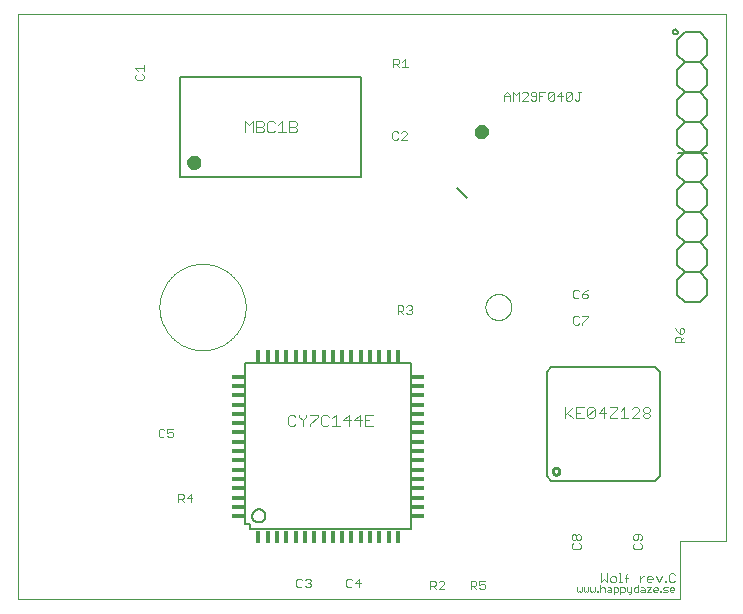
<source format=gto>
G75*
%MOIN*%
%OFA0B0*%
%FSLAX25Y25*%
%IPPOS*%
%LPD*%
%AMOC8*
5,1,8,0,0,1.08239X$1,22.5*
%
%ADD10C,0.00000*%
%ADD11C,0.00300*%
%ADD12C,0.00200*%
%ADD13C,0.00800*%
%ADD14C,0.02400*%
%ADD15C,0.00600*%
%ADD16R,0.01800X0.04300*%
%ADD17R,0.04300X0.01800*%
%ADD18C,0.01000*%
D10*
X0001000Y0001000D02*
X0001000Y0196000D01*
X0237000Y0196000D01*
X0237000Y0020500D01*
X0221900Y0020500D01*
X0221900Y0001000D01*
X0001000Y0001000D01*
X0048244Y0098441D02*
X0048248Y0098794D01*
X0048261Y0099146D01*
X0048283Y0099498D01*
X0048313Y0099850D01*
X0048352Y0100200D01*
X0048400Y0100550D01*
X0048456Y0100898D01*
X0048520Y0101244D01*
X0048593Y0101589D01*
X0048675Y0101933D01*
X0048765Y0102274D01*
X0048863Y0102612D01*
X0048969Y0102949D01*
X0049084Y0103282D01*
X0049207Y0103613D01*
X0049338Y0103940D01*
X0049477Y0104264D01*
X0049624Y0104585D01*
X0049778Y0104902D01*
X0049941Y0105215D01*
X0050111Y0105524D01*
X0050288Y0105829D01*
X0050473Y0106129D01*
X0050666Y0106425D01*
X0050865Y0106715D01*
X0051072Y0107001D01*
X0051285Y0107282D01*
X0051506Y0107557D01*
X0051733Y0107827D01*
X0051967Y0108091D01*
X0052207Y0108350D01*
X0052453Y0108602D01*
X0052705Y0108848D01*
X0052964Y0109088D01*
X0053228Y0109322D01*
X0053498Y0109549D01*
X0053773Y0109770D01*
X0054054Y0109983D01*
X0054340Y0110190D01*
X0054630Y0110389D01*
X0054926Y0110582D01*
X0055226Y0110767D01*
X0055531Y0110944D01*
X0055840Y0111114D01*
X0056153Y0111277D01*
X0056470Y0111431D01*
X0056791Y0111578D01*
X0057115Y0111717D01*
X0057442Y0111848D01*
X0057773Y0111971D01*
X0058106Y0112086D01*
X0058443Y0112192D01*
X0058781Y0112290D01*
X0059122Y0112380D01*
X0059466Y0112462D01*
X0059811Y0112535D01*
X0060157Y0112599D01*
X0060505Y0112655D01*
X0060855Y0112703D01*
X0061205Y0112742D01*
X0061557Y0112772D01*
X0061909Y0112794D01*
X0062261Y0112807D01*
X0062614Y0112811D01*
X0062967Y0112807D01*
X0063319Y0112794D01*
X0063671Y0112772D01*
X0064023Y0112742D01*
X0064373Y0112703D01*
X0064723Y0112655D01*
X0065071Y0112599D01*
X0065417Y0112535D01*
X0065762Y0112462D01*
X0066106Y0112380D01*
X0066447Y0112290D01*
X0066785Y0112192D01*
X0067122Y0112086D01*
X0067455Y0111971D01*
X0067786Y0111848D01*
X0068113Y0111717D01*
X0068437Y0111578D01*
X0068758Y0111431D01*
X0069075Y0111277D01*
X0069388Y0111114D01*
X0069697Y0110944D01*
X0070002Y0110767D01*
X0070302Y0110582D01*
X0070598Y0110389D01*
X0070888Y0110190D01*
X0071174Y0109983D01*
X0071455Y0109770D01*
X0071730Y0109549D01*
X0072000Y0109322D01*
X0072264Y0109088D01*
X0072523Y0108848D01*
X0072775Y0108602D01*
X0073021Y0108350D01*
X0073261Y0108091D01*
X0073495Y0107827D01*
X0073722Y0107557D01*
X0073943Y0107282D01*
X0074156Y0107001D01*
X0074363Y0106715D01*
X0074562Y0106425D01*
X0074755Y0106129D01*
X0074940Y0105829D01*
X0075117Y0105524D01*
X0075287Y0105215D01*
X0075450Y0104902D01*
X0075604Y0104585D01*
X0075751Y0104264D01*
X0075890Y0103940D01*
X0076021Y0103613D01*
X0076144Y0103282D01*
X0076259Y0102949D01*
X0076365Y0102612D01*
X0076463Y0102274D01*
X0076553Y0101933D01*
X0076635Y0101589D01*
X0076708Y0101244D01*
X0076772Y0100898D01*
X0076828Y0100550D01*
X0076876Y0100200D01*
X0076915Y0099850D01*
X0076945Y0099498D01*
X0076967Y0099146D01*
X0076980Y0098794D01*
X0076984Y0098441D01*
X0076980Y0098088D01*
X0076967Y0097736D01*
X0076945Y0097384D01*
X0076915Y0097032D01*
X0076876Y0096682D01*
X0076828Y0096332D01*
X0076772Y0095984D01*
X0076708Y0095638D01*
X0076635Y0095293D01*
X0076553Y0094949D01*
X0076463Y0094608D01*
X0076365Y0094270D01*
X0076259Y0093933D01*
X0076144Y0093600D01*
X0076021Y0093269D01*
X0075890Y0092942D01*
X0075751Y0092618D01*
X0075604Y0092297D01*
X0075450Y0091980D01*
X0075287Y0091667D01*
X0075117Y0091358D01*
X0074940Y0091053D01*
X0074755Y0090753D01*
X0074562Y0090457D01*
X0074363Y0090167D01*
X0074156Y0089881D01*
X0073943Y0089600D01*
X0073722Y0089325D01*
X0073495Y0089055D01*
X0073261Y0088791D01*
X0073021Y0088532D01*
X0072775Y0088280D01*
X0072523Y0088034D01*
X0072264Y0087794D01*
X0072000Y0087560D01*
X0071730Y0087333D01*
X0071455Y0087112D01*
X0071174Y0086899D01*
X0070888Y0086692D01*
X0070598Y0086493D01*
X0070302Y0086300D01*
X0070002Y0086115D01*
X0069697Y0085938D01*
X0069388Y0085768D01*
X0069075Y0085605D01*
X0068758Y0085451D01*
X0068437Y0085304D01*
X0068113Y0085165D01*
X0067786Y0085034D01*
X0067455Y0084911D01*
X0067122Y0084796D01*
X0066785Y0084690D01*
X0066447Y0084592D01*
X0066106Y0084502D01*
X0065762Y0084420D01*
X0065417Y0084347D01*
X0065071Y0084283D01*
X0064723Y0084227D01*
X0064373Y0084179D01*
X0064023Y0084140D01*
X0063671Y0084110D01*
X0063319Y0084088D01*
X0062967Y0084075D01*
X0062614Y0084071D01*
X0062261Y0084075D01*
X0061909Y0084088D01*
X0061557Y0084110D01*
X0061205Y0084140D01*
X0060855Y0084179D01*
X0060505Y0084227D01*
X0060157Y0084283D01*
X0059811Y0084347D01*
X0059466Y0084420D01*
X0059122Y0084502D01*
X0058781Y0084592D01*
X0058443Y0084690D01*
X0058106Y0084796D01*
X0057773Y0084911D01*
X0057442Y0085034D01*
X0057115Y0085165D01*
X0056791Y0085304D01*
X0056470Y0085451D01*
X0056153Y0085605D01*
X0055840Y0085768D01*
X0055531Y0085938D01*
X0055226Y0086115D01*
X0054926Y0086300D01*
X0054630Y0086493D01*
X0054340Y0086692D01*
X0054054Y0086899D01*
X0053773Y0087112D01*
X0053498Y0087333D01*
X0053228Y0087560D01*
X0052964Y0087794D01*
X0052705Y0088034D01*
X0052453Y0088280D01*
X0052207Y0088532D01*
X0051967Y0088791D01*
X0051733Y0089055D01*
X0051506Y0089325D01*
X0051285Y0089600D01*
X0051072Y0089881D01*
X0050865Y0090167D01*
X0050666Y0090457D01*
X0050473Y0090753D01*
X0050288Y0091053D01*
X0050111Y0091358D01*
X0049941Y0091667D01*
X0049778Y0091980D01*
X0049624Y0092297D01*
X0049477Y0092618D01*
X0049338Y0092942D01*
X0049207Y0093269D01*
X0049084Y0093600D01*
X0048969Y0093933D01*
X0048863Y0094270D01*
X0048765Y0094608D01*
X0048675Y0094949D01*
X0048593Y0095293D01*
X0048520Y0095638D01*
X0048456Y0095984D01*
X0048400Y0096332D01*
X0048352Y0096682D01*
X0048313Y0097032D01*
X0048283Y0097384D01*
X0048261Y0097736D01*
X0048248Y0098088D01*
X0048244Y0098441D01*
X0156905Y0098441D02*
X0156907Y0098572D01*
X0156913Y0098704D01*
X0156923Y0098835D01*
X0156937Y0098966D01*
X0156955Y0099096D01*
X0156977Y0099225D01*
X0157002Y0099354D01*
X0157032Y0099482D01*
X0157066Y0099609D01*
X0157103Y0099736D01*
X0157144Y0099860D01*
X0157189Y0099984D01*
X0157238Y0100106D01*
X0157290Y0100227D01*
X0157346Y0100345D01*
X0157406Y0100463D01*
X0157469Y0100578D01*
X0157536Y0100691D01*
X0157606Y0100803D01*
X0157679Y0100912D01*
X0157755Y0101018D01*
X0157835Y0101123D01*
X0157918Y0101225D01*
X0158004Y0101324D01*
X0158093Y0101421D01*
X0158185Y0101515D01*
X0158280Y0101606D01*
X0158377Y0101695D01*
X0158477Y0101780D01*
X0158580Y0101862D01*
X0158685Y0101941D01*
X0158792Y0102017D01*
X0158902Y0102089D01*
X0159014Y0102158D01*
X0159128Y0102224D01*
X0159243Y0102286D01*
X0159361Y0102345D01*
X0159480Y0102400D01*
X0159601Y0102452D01*
X0159724Y0102499D01*
X0159848Y0102543D01*
X0159973Y0102584D01*
X0160099Y0102620D01*
X0160227Y0102653D01*
X0160355Y0102681D01*
X0160484Y0102706D01*
X0160614Y0102727D01*
X0160744Y0102744D01*
X0160875Y0102757D01*
X0161006Y0102766D01*
X0161137Y0102771D01*
X0161269Y0102772D01*
X0161400Y0102769D01*
X0161532Y0102762D01*
X0161663Y0102751D01*
X0161793Y0102736D01*
X0161923Y0102717D01*
X0162053Y0102694D01*
X0162181Y0102668D01*
X0162309Y0102637D01*
X0162436Y0102602D01*
X0162562Y0102564D01*
X0162686Y0102522D01*
X0162810Y0102476D01*
X0162931Y0102426D01*
X0163051Y0102373D01*
X0163170Y0102316D01*
X0163287Y0102256D01*
X0163401Y0102192D01*
X0163514Y0102124D01*
X0163625Y0102053D01*
X0163734Y0101979D01*
X0163840Y0101902D01*
X0163944Y0101821D01*
X0164045Y0101738D01*
X0164144Y0101651D01*
X0164240Y0101561D01*
X0164333Y0101468D01*
X0164424Y0101373D01*
X0164511Y0101275D01*
X0164596Y0101174D01*
X0164677Y0101071D01*
X0164755Y0100965D01*
X0164830Y0100857D01*
X0164902Y0100747D01*
X0164970Y0100635D01*
X0165035Y0100521D01*
X0165096Y0100404D01*
X0165154Y0100286D01*
X0165208Y0100166D01*
X0165259Y0100045D01*
X0165306Y0099922D01*
X0165349Y0099798D01*
X0165388Y0099673D01*
X0165424Y0099546D01*
X0165455Y0099418D01*
X0165483Y0099290D01*
X0165507Y0099161D01*
X0165527Y0099031D01*
X0165543Y0098900D01*
X0165555Y0098769D01*
X0165563Y0098638D01*
X0165567Y0098507D01*
X0165567Y0098375D01*
X0165563Y0098244D01*
X0165555Y0098113D01*
X0165543Y0097982D01*
X0165527Y0097851D01*
X0165507Y0097721D01*
X0165483Y0097592D01*
X0165455Y0097464D01*
X0165424Y0097336D01*
X0165388Y0097209D01*
X0165349Y0097084D01*
X0165306Y0096960D01*
X0165259Y0096837D01*
X0165208Y0096716D01*
X0165154Y0096596D01*
X0165096Y0096478D01*
X0165035Y0096361D01*
X0164970Y0096247D01*
X0164902Y0096135D01*
X0164830Y0096025D01*
X0164755Y0095917D01*
X0164677Y0095811D01*
X0164596Y0095708D01*
X0164511Y0095607D01*
X0164424Y0095509D01*
X0164333Y0095414D01*
X0164240Y0095321D01*
X0164144Y0095231D01*
X0164045Y0095144D01*
X0163944Y0095061D01*
X0163840Y0094980D01*
X0163734Y0094903D01*
X0163625Y0094829D01*
X0163514Y0094758D01*
X0163402Y0094690D01*
X0163287Y0094626D01*
X0163170Y0094566D01*
X0163051Y0094509D01*
X0162931Y0094456D01*
X0162810Y0094406D01*
X0162686Y0094360D01*
X0162562Y0094318D01*
X0162436Y0094280D01*
X0162309Y0094245D01*
X0162181Y0094214D01*
X0162053Y0094188D01*
X0161923Y0094165D01*
X0161793Y0094146D01*
X0161663Y0094131D01*
X0161532Y0094120D01*
X0161400Y0094113D01*
X0161269Y0094110D01*
X0161137Y0094111D01*
X0161006Y0094116D01*
X0160875Y0094125D01*
X0160744Y0094138D01*
X0160614Y0094155D01*
X0160484Y0094176D01*
X0160355Y0094201D01*
X0160227Y0094229D01*
X0160099Y0094262D01*
X0159973Y0094298D01*
X0159848Y0094339D01*
X0159724Y0094383D01*
X0159601Y0094430D01*
X0159480Y0094482D01*
X0159361Y0094537D01*
X0159243Y0094596D01*
X0159128Y0094658D01*
X0159014Y0094724D01*
X0158902Y0094793D01*
X0158792Y0094865D01*
X0158685Y0094941D01*
X0158580Y0095020D01*
X0158477Y0095102D01*
X0158377Y0095187D01*
X0158280Y0095276D01*
X0158185Y0095367D01*
X0158093Y0095461D01*
X0158004Y0095558D01*
X0157918Y0095657D01*
X0157835Y0095759D01*
X0157755Y0095864D01*
X0157679Y0095970D01*
X0157606Y0096079D01*
X0157536Y0096191D01*
X0157469Y0096304D01*
X0157406Y0096419D01*
X0157346Y0096537D01*
X0157290Y0096655D01*
X0157238Y0096776D01*
X0157189Y0096898D01*
X0157144Y0097022D01*
X0157103Y0097146D01*
X0157066Y0097273D01*
X0157032Y0097400D01*
X0157002Y0097528D01*
X0156977Y0097657D01*
X0156955Y0097786D01*
X0156937Y0097916D01*
X0156923Y0098047D01*
X0156913Y0098178D01*
X0156907Y0098310D01*
X0156905Y0098441D01*
D11*
X0132505Y0098480D02*
X0132505Y0097996D01*
X0132021Y0097512D01*
X0132505Y0097029D01*
X0132505Y0096545D01*
X0132021Y0096061D01*
X0131053Y0096061D01*
X0130570Y0096545D01*
X0129558Y0096061D02*
X0128591Y0097029D01*
X0129074Y0097029D02*
X0127623Y0097029D01*
X0127623Y0096061D02*
X0127623Y0098963D01*
X0129074Y0098963D01*
X0129558Y0098480D01*
X0129558Y0097512D01*
X0129074Y0097029D01*
X0130570Y0098480D02*
X0131053Y0098963D01*
X0132021Y0098963D01*
X0132505Y0098480D01*
X0132021Y0097512D02*
X0131537Y0097512D01*
X0119359Y0062524D02*
X0116890Y0062524D01*
X0116890Y0058821D01*
X0119359Y0058821D01*
X0118125Y0060673D02*
X0116890Y0060673D01*
X0115676Y0060673D02*
X0113207Y0060673D01*
X0115059Y0062524D01*
X0115059Y0058821D01*
X0111993Y0060673D02*
X0109524Y0060673D01*
X0111376Y0062524D01*
X0111376Y0058821D01*
X0108310Y0058821D02*
X0105841Y0058821D01*
X0107075Y0058821D02*
X0107075Y0062524D01*
X0105841Y0061290D01*
X0104626Y0061907D02*
X0104009Y0062524D01*
X0102775Y0062524D01*
X0102158Y0061907D01*
X0102158Y0059438D01*
X0102775Y0058821D01*
X0104009Y0058821D01*
X0104626Y0059438D01*
X0100943Y0061907D02*
X0098475Y0059438D01*
X0098475Y0058821D01*
X0096026Y0058821D02*
X0096026Y0060673D01*
X0097260Y0061907D01*
X0097260Y0062524D01*
X0098475Y0062524D02*
X0100943Y0062524D01*
X0100943Y0061907D01*
X0096026Y0060673D02*
X0094791Y0061907D01*
X0094791Y0062524D01*
X0093577Y0061907D02*
X0092960Y0062524D01*
X0091725Y0062524D01*
X0091108Y0061907D01*
X0091108Y0059438D01*
X0091725Y0058821D01*
X0092960Y0058821D01*
X0093577Y0059438D01*
X0058755Y0036252D02*
X0058755Y0033350D01*
X0059238Y0034801D02*
X0057303Y0034801D01*
X0058755Y0036252D01*
X0056292Y0035769D02*
X0056292Y0034801D01*
X0055808Y0034317D01*
X0054357Y0034317D01*
X0054357Y0033350D02*
X0054357Y0036252D01*
X0055808Y0036252D01*
X0056292Y0035769D01*
X0055324Y0034317D02*
X0056292Y0033350D01*
X0052361Y0055011D02*
X0051394Y0055011D01*
X0050910Y0055494D01*
X0050910Y0056462D02*
X0051877Y0056946D01*
X0052361Y0056946D01*
X0052845Y0056462D01*
X0052845Y0055494D01*
X0052361Y0055011D01*
X0050910Y0056462D02*
X0050910Y0057913D01*
X0052845Y0057913D01*
X0049898Y0057429D02*
X0049414Y0057913D01*
X0048447Y0057913D01*
X0047963Y0057429D01*
X0047963Y0055494D01*
X0048447Y0055011D01*
X0049414Y0055011D01*
X0049898Y0055494D01*
X0094345Y0007939D02*
X0093862Y0007455D01*
X0093862Y0005520D01*
X0094345Y0005037D01*
X0095313Y0005037D01*
X0095797Y0005520D01*
X0096808Y0005520D02*
X0097292Y0005037D01*
X0098259Y0005037D01*
X0098743Y0005520D01*
X0098743Y0006004D01*
X0098259Y0006488D01*
X0097776Y0006488D01*
X0098259Y0006488D02*
X0098743Y0006972D01*
X0098743Y0007455D01*
X0098259Y0007939D01*
X0097292Y0007939D01*
X0096808Y0007455D01*
X0095797Y0007455D02*
X0095313Y0007939D01*
X0094345Y0007939D01*
X0110496Y0007455D02*
X0110496Y0005520D01*
X0110980Y0005037D01*
X0111948Y0005037D01*
X0112431Y0005520D01*
X0113443Y0006488D02*
X0115378Y0006488D01*
X0114894Y0007939D02*
X0113443Y0006488D01*
X0112431Y0007455D02*
X0111948Y0007939D01*
X0110980Y0007939D01*
X0110496Y0007455D01*
X0114894Y0007939D02*
X0114894Y0005037D01*
X0138350Y0005317D02*
X0139801Y0005317D01*
X0140285Y0005801D01*
X0140285Y0006769D01*
X0139801Y0007252D01*
X0138350Y0007252D01*
X0138350Y0004350D01*
X0139317Y0005317D02*
X0140285Y0004350D01*
X0141297Y0004350D02*
X0143231Y0006285D01*
X0143231Y0006769D01*
X0142748Y0007252D01*
X0141780Y0007252D01*
X0141297Y0006769D01*
X0141297Y0004350D02*
X0143231Y0004350D01*
X0151950Y0004350D02*
X0151950Y0007252D01*
X0153401Y0007252D01*
X0153885Y0006769D01*
X0153885Y0005801D01*
X0153401Y0005317D01*
X0151950Y0005317D01*
X0152917Y0005317D02*
X0153885Y0004350D01*
X0154897Y0004834D02*
X0155380Y0004350D01*
X0156348Y0004350D01*
X0156831Y0004834D01*
X0156831Y0005801D01*
X0156348Y0006285D01*
X0155864Y0006285D01*
X0154897Y0005801D01*
X0154897Y0007252D01*
X0156831Y0007252D01*
X0185748Y0018234D02*
X0186231Y0017750D01*
X0188166Y0017750D01*
X0188650Y0018234D01*
X0188650Y0019201D01*
X0188166Y0019685D01*
X0188166Y0020697D02*
X0187683Y0020697D01*
X0187199Y0021180D01*
X0187199Y0022148D01*
X0187683Y0022631D01*
X0188166Y0022631D01*
X0188650Y0022148D01*
X0188650Y0021180D01*
X0188166Y0020697D01*
X0187199Y0021180D02*
X0186715Y0020697D01*
X0186231Y0020697D01*
X0185748Y0021180D01*
X0185748Y0022148D01*
X0186231Y0022631D01*
X0186715Y0022631D01*
X0187199Y0022148D01*
X0186231Y0019685D02*
X0185748Y0019201D01*
X0185748Y0018234D01*
X0195550Y0009652D02*
X0195550Y0006750D01*
X0196517Y0007717D01*
X0197485Y0006750D01*
X0197485Y0009652D01*
X0198497Y0008201D02*
X0198497Y0007234D01*
X0198980Y0006750D01*
X0199948Y0006750D01*
X0200431Y0007234D01*
X0200431Y0008201D01*
X0199948Y0008685D01*
X0198980Y0008685D01*
X0198497Y0008201D01*
X0201443Y0006750D02*
X0202411Y0006750D01*
X0201927Y0006750D02*
X0201927Y0009652D01*
X0201443Y0009652D01*
X0203407Y0008201D02*
X0204375Y0008201D01*
X0203891Y0009169D02*
X0204375Y0009652D01*
X0203891Y0009169D02*
X0203891Y0006750D01*
X0208318Y0006750D02*
X0208318Y0008685D01*
X0208318Y0007717D02*
X0209286Y0008685D01*
X0209769Y0008685D01*
X0210774Y0008201D02*
X0211257Y0008685D01*
X0212225Y0008685D01*
X0212709Y0008201D01*
X0212709Y0007717D01*
X0210774Y0007717D01*
X0210774Y0007234D02*
X0210774Y0008201D01*
X0210774Y0007234D02*
X0211257Y0006750D01*
X0212225Y0006750D01*
X0213720Y0008685D02*
X0214688Y0006750D01*
X0215655Y0008685D01*
X0216667Y0007234D02*
X0217150Y0007234D01*
X0217150Y0006750D01*
X0216667Y0006750D01*
X0216667Y0007234D01*
X0218140Y0007234D02*
X0218624Y0006750D01*
X0219591Y0006750D01*
X0220075Y0007234D01*
X0220075Y0009169D02*
X0219591Y0009652D01*
X0218624Y0009652D01*
X0218140Y0009169D01*
X0218140Y0007234D01*
X0208566Y0017750D02*
X0206631Y0017750D01*
X0206148Y0018234D01*
X0206148Y0019201D01*
X0206631Y0019685D01*
X0206631Y0020697D02*
X0207115Y0020697D01*
X0207599Y0021180D01*
X0207599Y0022631D01*
X0208566Y0022631D02*
X0206631Y0022631D01*
X0206148Y0022148D01*
X0206148Y0021180D01*
X0206631Y0020697D01*
X0208566Y0020697D02*
X0209050Y0021180D01*
X0209050Y0022148D01*
X0208566Y0022631D01*
X0208566Y0019685D02*
X0209050Y0019201D01*
X0209050Y0018234D01*
X0208566Y0017750D01*
X0208118Y0061381D02*
X0205649Y0061381D01*
X0208118Y0063850D01*
X0208118Y0064467D01*
X0207500Y0065084D01*
X0206266Y0065084D01*
X0205649Y0064467D01*
X0203200Y0065084D02*
X0203200Y0061381D01*
X0201966Y0061381D02*
X0204434Y0061381D01*
X0200751Y0061381D02*
X0198283Y0061381D01*
X0198283Y0061998D01*
X0200751Y0064467D01*
X0200751Y0065084D01*
X0198283Y0065084D01*
X0196451Y0065084D02*
X0194599Y0063233D01*
X0197068Y0063233D01*
X0196451Y0065084D02*
X0196451Y0061381D01*
X0193385Y0061998D02*
X0192768Y0061381D01*
X0191533Y0061381D01*
X0190916Y0061998D01*
X0193385Y0064467D01*
X0193385Y0061998D01*
X0190916Y0061998D02*
X0190916Y0064467D01*
X0191533Y0065084D01*
X0192768Y0065084D01*
X0193385Y0064467D01*
X0189702Y0065084D02*
X0187233Y0065084D01*
X0187233Y0061381D01*
X0189702Y0061381D01*
X0188468Y0063233D02*
X0187233Y0063233D01*
X0186019Y0065084D02*
X0183550Y0062615D01*
X0184167Y0063233D02*
X0186019Y0061381D01*
X0183550Y0061381D02*
X0183550Y0065084D01*
X0201966Y0063850D02*
X0203200Y0065084D01*
X0209332Y0064467D02*
X0209332Y0063850D01*
X0209949Y0063233D01*
X0211184Y0063233D01*
X0211801Y0062615D01*
X0211801Y0061998D01*
X0211184Y0061381D01*
X0209949Y0061381D01*
X0209332Y0061998D01*
X0209332Y0062615D01*
X0209949Y0063233D01*
X0211184Y0063233D02*
X0211801Y0063850D01*
X0211801Y0064467D01*
X0211184Y0065084D01*
X0209949Y0065084D01*
X0209332Y0064467D01*
X0220148Y0086650D02*
X0220148Y0088101D01*
X0220631Y0088585D01*
X0221599Y0088585D01*
X0222083Y0088101D01*
X0222083Y0086650D01*
X0223050Y0086650D02*
X0220148Y0086650D01*
X0222083Y0087617D02*
X0223050Y0088585D01*
X0222566Y0089597D02*
X0223050Y0090080D01*
X0223050Y0091048D01*
X0222566Y0091531D01*
X0222083Y0091531D01*
X0221599Y0091048D01*
X0221599Y0089597D01*
X0222566Y0089597D01*
X0221599Y0089597D02*
X0220631Y0090564D01*
X0220148Y0091531D01*
X0191031Y0094969D02*
X0189097Y0093034D01*
X0189097Y0092550D01*
X0188085Y0093034D02*
X0187601Y0092550D01*
X0186634Y0092550D01*
X0186150Y0093034D01*
X0186150Y0094969D01*
X0186634Y0095452D01*
X0187601Y0095452D01*
X0188085Y0094969D01*
X0189097Y0095452D02*
X0191031Y0095452D01*
X0191031Y0094969D01*
X0190548Y0101350D02*
X0189580Y0101350D01*
X0189097Y0101834D01*
X0189097Y0102801D01*
X0190548Y0102801D01*
X0191031Y0102317D01*
X0191031Y0101834D01*
X0190548Y0101350D01*
X0189097Y0102801D02*
X0190064Y0103769D01*
X0191031Y0104252D01*
X0188085Y0103769D02*
X0187601Y0104252D01*
X0186634Y0104252D01*
X0186150Y0103769D01*
X0186150Y0101834D01*
X0186634Y0101350D01*
X0187601Y0101350D01*
X0188085Y0101834D01*
X0130738Y0154150D02*
X0128803Y0154150D01*
X0130738Y0156085D01*
X0130738Y0156569D01*
X0130255Y0157052D01*
X0129287Y0157052D01*
X0128803Y0156569D01*
X0127792Y0156569D02*
X0127308Y0157052D01*
X0126341Y0157052D01*
X0125857Y0156569D01*
X0125857Y0154634D01*
X0126341Y0154150D01*
X0127308Y0154150D01*
X0127792Y0154634D01*
X0128171Y0178330D02*
X0127204Y0179298D01*
X0127688Y0179298D02*
X0126236Y0179298D01*
X0126236Y0178330D02*
X0126236Y0181233D01*
X0127688Y0181233D01*
X0128171Y0180749D01*
X0128171Y0179782D01*
X0127688Y0179298D01*
X0129183Y0180265D02*
X0130150Y0181233D01*
X0130150Y0178330D01*
X0129183Y0178330D02*
X0131118Y0178330D01*
X0163108Y0169222D02*
X0163108Y0167287D01*
X0163108Y0168738D02*
X0165043Y0168738D01*
X0165043Y0169222D02*
X0165043Y0167287D01*
X0166055Y0167287D02*
X0166055Y0170189D01*
X0167022Y0169222D01*
X0167990Y0170189D01*
X0167990Y0167287D01*
X0169001Y0167287D02*
X0170936Y0169222D01*
X0170936Y0169706D01*
X0170453Y0170189D01*
X0169485Y0170189D01*
X0169001Y0169706D01*
X0169001Y0167287D02*
X0170936Y0167287D01*
X0171948Y0167771D02*
X0172432Y0167287D01*
X0173399Y0167287D01*
X0173883Y0167771D01*
X0173883Y0169706D01*
X0173399Y0170189D01*
X0172432Y0170189D01*
X0171948Y0169706D01*
X0171948Y0169222D01*
X0172432Y0168738D01*
X0173883Y0168738D01*
X0174894Y0168738D02*
X0175862Y0168738D01*
X0174894Y0167287D02*
X0174894Y0170189D01*
X0176829Y0170189D01*
X0177841Y0169706D02*
X0178325Y0170189D01*
X0179292Y0170189D01*
X0179776Y0169706D01*
X0177841Y0167771D01*
X0178325Y0167287D01*
X0179292Y0167287D01*
X0179776Y0167771D01*
X0179776Y0169706D01*
X0180787Y0168738D02*
X0182722Y0168738D01*
X0183734Y0167771D02*
X0183734Y0169706D01*
X0184218Y0170189D01*
X0185185Y0170189D01*
X0185669Y0169706D01*
X0183734Y0167771D01*
X0184218Y0167287D01*
X0185185Y0167287D01*
X0185669Y0167771D01*
X0185669Y0169706D01*
X0187648Y0170189D02*
X0188615Y0170189D01*
X0188132Y0170189D02*
X0188132Y0167771D01*
X0187648Y0167287D01*
X0187164Y0167287D01*
X0186680Y0167771D01*
X0182239Y0167287D02*
X0182239Y0170189D01*
X0180787Y0168738D01*
X0177841Y0167771D02*
X0177841Y0169706D01*
X0165043Y0169222D02*
X0164076Y0170189D01*
X0163108Y0169222D01*
X0094028Y0159727D02*
X0094028Y0159109D01*
X0093411Y0158492D01*
X0091559Y0158492D01*
X0091559Y0156641D02*
X0093411Y0156641D01*
X0094028Y0157258D01*
X0094028Y0157875D01*
X0093411Y0158492D01*
X0094028Y0159727D02*
X0093411Y0160344D01*
X0091559Y0160344D01*
X0091559Y0156641D01*
X0090345Y0156641D02*
X0087876Y0156641D01*
X0089110Y0156641D02*
X0089110Y0160344D01*
X0087876Y0159109D01*
X0086661Y0159727D02*
X0086044Y0160344D01*
X0084810Y0160344D01*
X0084193Y0159727D01*
X0084193Y0157258D01*
X0084810Y0156641D01*
X0086044Y0156641D01*
X0086661Y0157258D01*
X0082978Y0157258D02*
X0082361Y0156641D01*
X0080510Y0156641D01*
X0080510Y0160344D01*
X0082361Y0160344D01*
X0082978Y0159727D01*
X0082978Y0159109D01*
X0082361Y0158492D01*
X0080510Y0158492D01*
X0082361Y0158492D02*
X0082978Y0157875D01*
X0082978Y0157258D01*
X0079295Y0156641D02*
X0079295Y0160344D01*
X0078061Y0159109D01*
X0076826Y0160344D01*
X0076826Y0156641D01*
X0043050Y0174634D02*
X0043050Y0175601D01*
X0042566Y0176085D01*
X0043050Y0177097D02*
X0043050Y0179031D01*
X0043050Y0178064D02*
X0040148Y0178064D01*
X0041115Y0177097D01*
X0040631Y0176085D02*
X0040148Y0175601D01*
X0040148Y0174634D01*
X0040631Y0174150D01*
X0042566Y0174150D01*
X0043050Y0174634D01*
D12*
X0187500Y0004968D02*
X0187500Y0003867D01*
X0187867Y0003500D01*
X0188234Y0003867D01*
X0188601Y0003500D01*
X0188968Y0003867D01*
X0188968Y0004968D01*
X0189710Y0004968D02*
X0189710Y0003867D01*
X0190077Y0003500D01*
X0190444Y0003867D01*
X0190811Y0003500D01*
X0191178Y0003867D01*
X0191178Y0004968D01*
X0191920Y0004968D02*
X0191920Y0003867D01*
X0192287Y0003500D01*
X0192654Y0003867D01*
X0193021Y0003500D01*
X0193388Y0003867D01*
X0193388Y0004968D01*
X0194130Y0003867D02*
X0194497Y0003867D01*
X0194497Y0003500D01*
X0194130Y0003500D01*
X0194130Y0003867D01*
X0195235Y0003500D02*
X0195235Y0005702D01*
X0195602Y0004968D02*
X0196336Y0004968D01*
X0196702Y0004601D01*
X0196702Y0003500D01*
X0197444Y0003867D02*
X0197811Y0004234D01*
X0198912Y0004234D01*
X0198912Y0004601D02*
X0198912Y0003500D01*
X0197811Y0003500D01*
X0197444Y0003867D01*
X0197811Y0004968D02*
X0198545Y0004968D01*
X0198912Y0004601D01*
X0199654Y0004968D02*
X0200755Y0004968D01*
X0201122Y0004601D01*
X0201122Y0003867D01*
X0200755Y0003500D01*
X0199654Y0003500D01*
X0199654Y0002766D02*
X0199654Y0004968D01*
X0201864Y0004968D02*
X0201864Y0002766D01*
X0201864Y0003500D02*
X0202965Y0003500D01*
X0203332Y0003867D01*
X0203332Y0004601D01*
X0202965Y0004968D01*
X0201864Y0004968D01*
X0204074Y0004968D02*
X0204074Y0003867D01*
X0204441Y0003500D01*
X0205542Y0003500D01*
X0205542Y0003133D02*
X0205175Y0002766D01*
X0204808Y0002766D01*
X0205542Y0003133D02*
X0205542Y0004968D01*
X0206284Y0004601D02*
X0206651Y0004968D01*
X0207752Y0004968D01*
X0207752Y0005702D02*
X0207752Y0003500D01*
X0206651Y0003500D01*
X0206284Y0003867D01*
X0206284Y0004601D01*
X0208494Y0003867D02*
X0208861Y0004234D01*
X0209962Y0004234D01*
X0209962Y0004601D02*
X0209962Y0003500D01*
X0208861Y0003500D01*
X0208494Y0003867D01*
X0208861Y0004968D02*
X0209595Y0004968D01*
X0209962Y0004601D01*
X0210704Y0004968D02*
X0212172Y0004968D01*
X0210704Y0003500D01*
X0212172Y0003500D01*
X0212914Y0003867D02*
X0212914Y0004601D01*
X0213281Y0004968D01*
X0214015Y0004968D01*
X0214382Y0004601D01*
X0214382Y0004234D01*
X0212914Y0004234D01*
X0212914Y0003867D02*
X0213281Y0003500D01*
X0214015Y0003500D01*
X0215123Y0003500D02*
X0215490Y0003500D01*
X0215490Y0003867D01*
X0215123Y0003867D01*
X0215123Y0003500D01*
X0216228Y0003500D02*
X0217329Y0003500D01*
X0217696Y0003867D01*
X0217329Y0004234D01*
X0216595Y0004234D01*
X0216228Y0004601D01*
X0216595Y0004968D01*
X0217696Y0004968D01*
X0218438Y0004601D02*
X0218805Y0004968D01*
X0219539Y0004968D01*
X0219906Y0004601D01*
X0219906Y0004234D01*
X0218438Y0004234D01*
X0218438Y0003867D02*
X0218438Y0004601D01*
X0218438Y0003867D02*
X0218805Y0003500D01*
X0219539Y0003500D01*
X0195602Y0004968D02*
X0195235Y0004601D01*
D13*
X0178877Y0040502D02*
X0213523Y0040502D01*
X0215098Y0042077D01*
X0215098Y0076723D01*
X0213523Y0078298D01*
X0178877Y0078298D01*
X0177302Y0076723D01*
X0177302Y0042077D01*
X0178877Y0040502D01*
X0150824Y0134813D02*
X0147517Y0138120D01*
X0115294Y0141936D02*
X0055058Y0141936D01*
X0055058Y0175007D01*
X0115294Y0175007D01*
X0115294Y0141936D01*
X0221000Y0149800D02*
X0230600Y0149800D01*
X0219400Y0190200D02*
X0219402Y0190256D01*
X0219408Y0190313D01*
X0219418Y0190368D01*
X0219432Y0190423D01*
X0219449Y0190477D01*
X0219471Y0190529D01*
X0219496Y0190579D01*
X0219524Y0190628D01*
X0219556Y0190675D01*
X0219591Y0190719D01*
X0219629Y0190761D01*
X0219670Y0190800D01*
X0219714Y0190835D01*
X0219760Y0190868D01*
X0219808Y0190897D01*
X0219858Y0190923D01*
X0219910Y0190946D01*
X0219964Y0190964D01*
X0220018Y0190979D01*
X0220073Y0190990D01*
X0220129Y0190997D01*
X0220186Y0191000D01*
X0220242Y0190999D01*
X0220299Y0190994D01*
X0220354Y0190985D01*
X0220409Y0190972D01*
X0220463Y0190955D01*
X0220516Y0190935D01*
X0220567Y0190911D01*
X0220616Y0190883D01*
X0220663Y0190852D01*
X0220708Y0190818D01*
X0220751Y0190780D01*
X0220790Y0190740D01*
X0220827Y0190697D01*
X0220860Y0190652D01*
X0220890Y0190604D01*
X0220917Y0190554D01*
X0220940Y0190503D01*
X0220960Y0190450D01*
X0220976Y0190396D01*
X0220988Y0190340D01*
X0220996Y0190285D01*
X0221000Y0190228D01*
X0221000Y0190172D01*
X0220996Y0190115D01*
X0220988Y0190060D01*
X0220976Y0190004D01*
X0220960Y0189950D01*
X0220940Y0189897D01*
X0220917Y0189846D01*
X0220890Y0189796D01*
X0220860Y0189748D01*
X0220827Y0189703D01*
X0220790Y0189660D01*
X0220751Y0189620D01*
X0220708Y0189582D01*
X0220663Y0189548D01*
X0220616Y0189517D01*
X0220567Y0189489D01*
X0220516Y0189465D01*
X0220463Y0189445D01*
X0220409Y0189428D01*
X0220354Y0189415D01*
X0220299Y0189406D01*
X0220242Y0189401D01*
X0220186Y0189400D01*
X0220129Y0189403D01*
X0220073Y0189410D01*
X0220018Y0189421D01*
X0219964Y0189436D01*
X0219910Y0189454D01*
X0219858Y0189477D01*
X0219808Y0189503D01*
X0219760Y0189532D01*
X0219714Y0189565D01*
X0219670Y0189600D01*
X0219629Y0189639D01*
X0219591Y0189681D01*
X0219556Y0189725D01*
X0219524Y0189772D01*
X0219496Y0189821D01*
X0219471Y0189871D01*
X0219449Y0189923D01*
X0219432Y0189977D01*
X0219418Y0190032D01*
X0219408Y0190087D01*
X0219402Y0190144D01*
X0219400Y0190200D01*
D14*
X0154328Y0156900D02*
X0154330Y0156969D01*
X0154336Y0157037D01*
X0154346Y0157105D01*
X0154360Y0157172D01*
X0154378Y0157239D01*
X0154399Y0157304D01*
X0154425Y0157368D01*
X0154454Y0157430D01*
X0154486Y0157490D01*
X0154522Y0157549D01*
X0154562Y0157605D01*
X0154604Y0157659D01*
X0154650Y0157710D01*
X0154699Y0157759D01*
X0154750Y0157805D01*
X0154804Y0157847D01*
X0154860Y0157887D01*
X0154918Y0157923D01*
X0154979Y0157955D01*
X0155041Y0157984D01*
X0155105Y0158010D01*
X0155170Y0158031D01*
X0155237Y0158049D01*
X0155304Y0158063D01*
X0155372Y0158073D01*
X0155440Y0158079D01*
X0155509Y0158081D01*
X0155578Y0158079D01*
X0155646Y0158073D01*
X0155714Y0158063D01*
X0155781Y0158049D01*
X0155848Y0158031D01*
X0155913Y0158010D01*
X0155977Y0157984D01*
X0156039Y0157955D01*
X0156099Y0157923D01*
X0156158Y0157887D01*
X0156214Y0157847D01*
X0156268Y0157805D01*
X0156319Y0157759D01*
X0156368Y0157710D01*
X0156414Y0157659D01*
X0156456Y0157605D01*
X0156496Y0157549D01*
X0156532Y0157490D01*
X0156564Y0157430D01*
X0156593Y0157368D01*
X0156619Y0157304D01*
X0156640Y0157239D01*
X0156658Y0157172D01*
X0156672Y0157105D01*
X0156682Y0157037D01*
X0156688Y0156969D01*
X0156690Y0156900D01*
X0156688Y0156831D01*
X0156682Y0156763D01*
X0156672Y0156695D01*
X0156658Y0156628D01*
X0156640Y0156561D01*
X0156619Y0156496D01*
X0156593Y0156432D01*
X0156564Y0156370D01*
X0156532Y0156309D01*
X0156496Y0156251D01*
X0156456Y0156195D01*
X0156414Y0156141D01*
X0156368Y0156090D01*
X0156319Y0156041D01*
X0156268Y0155995D01*
X0156214Y0155953D01*
X0156158Y0155913D01*
X0156100Y0155877D01*
X0156039Y0155845D01*
X0155977Y0155816D01*
X0155913Y0155790D01*
X0155848Y0155769D01*
X0155781Y0155751D01*
X0155714Y0155737D01*
X0155646Y0155727D01*
X0155578Y0155721D01*
X0155509Y0155719D01*
X0155440Y0155721D01*
X0155372Y0155727D01*
X0155304Y0155737D01*
X0155237Y0155751D01*
X0155170Y0155769D01*
X0155105Y0155790D01*
X0155041Y0155816D01*
X0154979Y0155845D01*
X0154918Y0155877D01*
X0154860Y0155913D01*
X0154804Y0155953D01*
X0154750Y0155995D01*
X0154699Y0156041D01*
X0154650Y0156090D01*
X0154604Y0156141D01*
X0154562Y0156195D01*
X0154522Y0156251D01*
X0154486Y0156309D01*
X0154454Y0156370D01*
X0154425Y0156432D01*
X0154399Y0156496D01*
X0154378Y0156561D01*
X0154360Y0156628D01*
X0154346Y0156695D01*
X0154336Y0156763D01*
X0154330Y0156831D01*
X0154328Y0156900D01*
X0058520Y0146700D02*
X0058522Y0146769D01*
X0058528Y0146837D01*
X0058538Y0146905D01*
X0058552Y0146972D01*
X0058570Y0147038D01*
X0058591Y0147104D01*
X0058617Y0147167D01*
X0058646Y0147230D01*
X0058678Y0147290D01*
X0058714Y0147348D01*
X0058753Y0147405D01*
X0058796Y0147458D01*
X0058842Y0147510D01*
X0058890Y0147558D01*
X0058942Y0147604D01*
X0058995Y0147647D01*
X0059052Y0147686D01*
X0059110Y0147722D01*
X0059170Y0147754D01*
X0059233Y0147783D01*
X0059296Y0147809D01*
X0059362Y0147830D01*
X0059428Y0147848D01*
X0059495Y0147862D01*
X0059563Y0147872D01*
X0059631Y0147878D01*
X0059700Y0147880D01*
X0059769Y0147878D01*
X0059837Y0147872D01*
X0059905Y0147862D01*
X0059972Y0147848D01*
X0060038Y0147830D01*
X0060104Y0147809D01*
X0060167Y0147783D01*
X0060230Y0147754D01*
X0060290Y0147722D01*
X0060348Y0147686D01*
X0060405Y0147647D01*
X0060458Y0147604D01*
X0060510Y0147558D01*
X0060558Y0147510D01*
X0060604Y0147458D01*
X0060647Y0147405D01*
X0060686Y0147348D01*
X0060722Y0147290D01*
X0060754Y0147230D01*
X0060783Y0147167D01*
X0060809Y0147104D01*
X0060830Y0147038D01*
X0060848Y0146972D01*
X0060862Y0146905D01*
X0060872Y0146837D01*
X0060878Y0146769D01*
X0060880Y0146700D01*
X0060878Y0146631D01*
X0060872Y0146563D01*
X0060862Y0146495D01*
X0060848Y0146428D01*
X0060830Y0146362D01*
X0060809Y0146296D01*
X0060783Y0146233D01*
X0060754Y0146170D01*
X0060722Y0146110D01*
X0060686Y0146052D01*
X0060647Y0145995D01*
X0060604Y0145942D01*
X0060558Y0145890D01*
X0060510Y0145842D01*
X0060458Y0145796D01*
X0060405Y0145753D01*
X0060348Y0145714D01*
X0060290Y0145678D01*
X0060230Y0145646D01*
X0060167Y0145617D01*
X0060104Y0145591D01*
X0060038Y0145570D01*
X0059972Y0145552D01*
X0059905Y0145538D01*
X0059837Y0145528D01*
X0059769Y0145522D01*
X0059700Y0145520D01*
X0059631Y0145522D01*
X0059563Y0145528D01*
X0059495Y0145538D01*
X0059428Y0145552D01*
X0059362Y0145570D01*
X0059296Y0145591D01*
X0059233Y0145617D01*
X0059170Y0145646D01*
X0059110Y0145678D01*
X0059052Y0145714D01*
X0058995Y0145753D01*
X0058942Y0145796D01*
X0058890Y0145842D01*
X0058842Y0145890D01*
X0058796Y0145942D01*
X0058753Y0145995D01*
X0058714Y0146052D01*
X0058678Y0146110D01*
X0058646Y0146170D01*
X0058617Y0146233D01*
X0058591Y0146296D01*
X0058570Y0146362D01*
X0058552Y0146428D01*
X0058538Y0146495D01*
X0058528Y0146563D01*
X0058522Y0146631D01*
X0058520Y0146700D01*
D15*
X0076800Y0079700D02*
X0076800Y0026000D01*
X0078500Y0026000D01*
X0078500Y0024300D01*
X0132200Y0024300D01*
X0132200Y0079700D01*
X0076800Y0079700D01*
X0079150Y0028850D02*
X0079152Y0028943D01*
X0079158Y0029037D01*
X0079168Y0029129D01*
X0079182Y0029222D01*
X0079199Y0029313D01*
X0079221Y0029404D01*
X0079246Y0029494D01*
X0079276Y0029583D01*
X0079309Y0029670D01*
X0079345Y0029756D01*
X0079386Y0029840D01*
X0079429Y0029923D01*
X0079477Y0030003D01*
X0079527Y0030082D01*
X0079581Y0030158D01*
X0079638Y0030232D01*
X0079699Y0030303D01*
X0079762Y0030372D01*
X0079828Y0030438D01*
X0079897Y0030501D01*
X0079968Y0030562D01*
X0080042Y0030619D01*
X0080118Y0030673D01*
X0080197Y0030723D01*
X0080277Y0030771D01*
X0080360Y0030814D01*
X0080444Y0030855D01*
X0080530Y0030891D01*
X0080617Y0030924D01*
X0080706Y0030954D01*
X0080796Y0030979D01*
X0080887Y0031001D01*
X0080978Y0031018D01*
X0081071Y0031032D01*
X0081163Y0031042D01*
X0081257Y0031048D01*
X0081350Y0031050D01*
X0081443Y0031048D01*
X0081537Y0031042D01*
X0081629Y0031032D01*
X0081722Y0031018D01*
X0081813Y0031001D01*
X0081904Y0030979D01*
X0081994Y0030954D01*
X0082083Y0030924D01*
X0082170Y0030891D01*
X0082256Y0030855D01*
X0082340Y0030814D01*
X0082423Y0030771D01*
X0082503Y0030723D01*
X0082582Y0030673D01*
X0082658Y0030619D01*
X0082732Y0030562D01*
X0082803Y0030501D01*
X0082872Y0030438D01*
X0082938Y0030372D01*
X0083001Y0030303D01*
X0083062Y0030232D01*
X0083119Y0030158D01*
X0083173Y0030082D01*
X0083223Y0030003D01*
X0083271Y0029923D01*
X0083314Y0029840D01*
X0083355Y0029756D01*
X0083391Y0029670D01*
X0083424Y0029583D01*
X0083454Y0029494D01*
X0083479Y0029404D01*
X0083501Y0029313D01*
X0083518Y0029222D01*
X0083532Y0029129D01*
X0083542Y0029037D01*
X0083548Y0028943D01*
X0083550Y0028850D01*
X0083548Y0028757D01*
X0083542Y0028663D01*
X0083532Y0028571D01*
X0083518Y0028478D01*
X0083501Y0028387D01*
X0083479Y0028296D01*
X0083454Y0028206D01*
X0083424Y0028117D01*
X0083391Y0028030D01*
X0083355Y0027944D01*
X0083314Y0027860D01*
X0083271Y0027777D01*
X0083223Y0027697D01*
X0083173Y0027618D01*
X0083119Y0027542D01*
X0083062Y0027468D01*
X0083001Y0027397D01*
X0082938Y0027328D01*
X0082872Y0027262D01*
X0082803Y0027199D01*
X0082732Y0027138D01*
X0082658Y0027081D01*
X0082582Y0027027D01*
X0082503Y0026977D01*
X0082423Y0026929D01*
X0082340Y0026886D01*
X0082256Y0026845D01*
X0082170Y0026809D01*
X0082083Y0026776D01*
X0081994Y0026746D01*
X0081904Y0026721D01*
X0081813Y0026699D01*
X0081722Y0026682D01*
X0081629Y0026668D01*
X0081537Y0026658D01*
X0081443Y0026652D01*
X0081350Y0026650D01*
X0081257Y0026652D01*
X0081163Y0026658D01*
X0081071Y0026668D01*
X0080978Y0026682D01*
X0080887Y0026699D01*
X0080796Y0026721D01*
X0080706Y0026746D01*
X0080617Y0026776D01*
X0080530Y0026809D01*
X0080444Y0026845D01*
X0080360Y0026886D01*
X0080277Y0026929D01*
X0080197Y0026977D01*
X0080118Y0027027D01*
X0080042Y0027081D01*
X0079968Y0027138D01*
X0079897Y0027199D01*
X0079828Y0027262D01*
X0079762Y0027328D01*
X0079699Y0027397D01*
X0079638Y0027468D01*
X0079581Y0027542D01*
X0079527Y0027618D01*
X0079477Y0027697D01*
X0079429Y0027777D01*
X0079386Y0027860D01*
X0079345Y0027944D01*
X0079309Y0028030D01*
X0079276Y0028117D01*
X0079246Y0028206D01*
X0079221Y0028296D01*
X0079199Y0028387D01*
X0079182Y0028478D01*
X0079168Y0028571D01*
X0079158Y0028663D01*
X0079152Y0028757D01*
X0079150Y0028850D01*
X0220800Y0102500D02*
X0220800Y0107500D01*
X0223300Y0110000D01*
X0220800Y0112500D01*
X0220800Y0117500D01*
X0223300Y0120000D01*
X0220800Y0122500D01*
X0220800Y0127500D01*
X0223300Y0130000D01*
X0220800Y0132500D01*
X0220800Y0137500D01*
X0223300Y0140000D01*
X0220800Y0142500D01*
X0220800Y0147500D01*
X0223300Y0150000D01*
X0220800Y0152500D01*
X0220800Y0157500D01*
X0223300Y0160000D01*
X0220800Y0162500D01*
X0220800Y0167500D01*
X0223300Y0170000D01*
X0220800Y0172500D01*
X0220800Y0177500D01*
X0223300Y0180000D01*
X0220800Y0182500D01*
X0220800Y0187500D01*
X0223300Y0190000D01*
X0228300Y0190000D01*
X0230800Y0187500D01*
X0230800Y0182500D01*
X0228300Y0180000D01*
X0230800Y0177500D01*
X0230800Y0172500D01*
X0228300Y0170000D01*
X0223300Y0170000D01*
X0228300Y0170000D02*
X0230800Y0167500D01*
X0230800Y0162500D01*
X0228300Y0160000D01*
X0230800Y0157500D01*
X0230800Y0152500D01*
X0228300Y0150000D01*
X0230800Y0147500D01*
X0230800Y0142500D01*
X0228300Y0140000D01*
X0223300Y0140000D01*
X0228300Y0140000D02*
X0230800Y0137500D01*
X0230800Y0132500D01*
X0228300Y0130000D01*
X0230800Y0127500D01*
X0230800Y0122500D01*
X0228300Y0120000D01*
X0230800Y0117500D01*
X0230800Y0112500D01*
X0228300Y0110000D01*
X0230800Y0107500D01*
X0230800Y0102500D01*
X0228300Y0100000D01*
X0223300Y0100000D01*
X0220800Y0102500D01*
X0223300Y0110000D02*
X0228300Y0110000D01*
X0228300Y0120000D02*
X0223300Y0120000D01*
X0223300Y0130000D02*
X0228300Y0130000D01*
X0228300Y0150000D02*
X0223300Y0150000D01*
X0223300Y0160000D02*
X0228300Y0160000D01*
X0228300Y0180000D02*
X0223300Y0180000D01*
D16*
X0127750Y0082050D03*
X0124650Y0082050D03*
X0121550Y0082050D03*
X0118450Y0082050D03*
X0115350Y0082050D03*
X0112250Y0082050D03*
X0109150Y0082050D03*
X0106050Y0082050D03*
X0102950Y0082050D03*
X0099850Y0082050D03*
X0096750Y0082050D03*
X0093650Y0082050D03*
X0090550Y0082050D03*
X0087450Y0082050D03*
X0084350Y0082050D03*
X0081250Y0082050D03*
X0081250Y0021950D03*
X0084350Y0021950D03*
X0087450Y0021950D03*
X0090550Y0021950D03*
X0093650Y0021950D03*
X0096750Y0021950D03*
X0099850Y0021950D03*
X0102950Y0021950D03*
X0106050Y0021950D03*
X0109150Y0021950D03*
X0112250Y0021950D03*
X0115350Y0021950D03*
X0118450Y0021950D03*
X0121550Y0021950D03*
X0124650Y0021950D03*
X0127750Y0021950D03*
D17*
X0134550Y0028750D03*
X0134550Y0031850D03*
X0134550Y0034950D03*
X0134550Y0038050D03*
X0134550Y0041150D03*
X0134550Y0044250D03*
X0134550Y0047350D03*
X0134550Y0050450D03*
X0134550Y0053550D03*
X0134550Y0056650D03*
X0134550Y0059750D03*
X0134550Y0062850D03*
X0134550Y0065950D03*
X0134550Y0069050D03*
X0134550Y0072150D03*
X0134550Y0075250D03*
X0074450Y0075250D03*
X0074450Y0072150D03*
X0074450Y0069050D03*
X0074450Y0065950D03*
X0074450Y0062850D03*
X0074450Y0059750D03*
X0074450Y0056650D03*
X0074450Y0053550D03*
X0074450Y0050450D03*
X0074450Y0047350D03*
X0074450Y0044250D03*
X0074450Y0041150D03*
X0074450Y0038050D03*
X0074450Y0034950D03*
X0074450Y0031850D03*
X0074450Y0028750D03*
D18*
X0179339Y0043652D02*
X0179341Y0043719D01*
X0179347Y0043785D01*
X0179357Y0043851D01*
X0179371Y0043916D01*
X0179388Y0043980D01*
X0179410Y0044043D01*
X0179435Y0044105D01*
X0179464Y0044165D01*
X0179497Y0044223D01*
X0179532Y0044279D01*
X0179572Y0044333D01*
X0179614Y0044384D01*
X0179659Y0044433D01*
X0179707Y0044479D01*
X0179758Y0044522D01*
X0179811Y0044562D01*
X0179867Y0044599D01*
X0179925Y0044632D01*
X0179984Y0044662D01*
X0180045Y0044688D01*
X0180108Y0044711D01*
X0180172Y0044729D01*
X0180237Y0044744D01*
X0180303Y0044755D01*
X0180369Y0044762D01*
X0180435Y0044765D01*
X0180502Y0044764D01*
X0180568Y0044759D01*
X0180634Y0044750D01*
X0180700Y0044737D01*
X0180764Y0044720D01*
X0180827Y0044700D01*
X0180889Y0044675D01*
X0180950Y0044647D01*
X0181009Y0044616D01*
X0181065Y0044581D01*
X0181120Y0044543D01*
X0181172Y0044501D01*
X0181221Y0044456D01*
X0181268Y0044409D01*
X0181312Y0044359D01*
X0181352Y0044306D01*
X0181390Y0044251D01*
X0181424Y0044194D01*
X0181455Y0044135D01*
X0181482Y0044074D01*
X0181505Y0044012D01*
X0181525Y0043948D01*
X0181541Y0043883D01*
X0181553Y0043818D01*
X0181561Y0043752D01*
X0181565Y0043685D01*
X0181565Y0043619D01*
X0181561Y0043552D01*
X0181553Y0043486D01*
X0181541Y0043421D01*
X0181525Y0043356D01*
X0181505Y0043292D01*
X0181482Y0043230D01*
X0181455Y0043169D01*
X0181424Y0043110D01*
X0181390Y0043053D01*
X0181352Y0042998D01*
X0181312Y0042945D01*
X0181268Y0042895D01*
X0181221Y0042848D01*
X0181172Y0042803D01*
X0181120Y0042761D01*
X0181065Y0042723D01*
X0181008Y0042688D01*
X0180950Y0042657D01*
X0180889Y0042629D01*
X0180827Y0042604D01*
X0180764Y0042584D01*
X0180700Y0042567D01*
X0180634Y0042554D01*
X0180568Y0042545D01*
X0180502Y0042540D01*
X0180435Y0042539D01*
X0180369Y0042542D01*
X0180303Y0042549D01*
X0180237Y0042560D01*
X0180172Y0042575D01*
X0180108Y0042593D01*
X0180045Y0042616D01*
X0179984Y0042642D01*
X0179925Y0042672D01*
X0179867Y0042705D01*
X0179811Y0042742D01*
X0179758Y0042782D01*
X0179707Y0042825D01*
X0179659Y0042871D01*
X0179614Y0042920D01*
X0179572Y0042971D01*
X0179532Y0043025D01*
X0179497Y0043081D01*
X0179464Y0043139D01*
X0179435Y0043199D01*
X0179410Y0043261D01*
X0179388Y0043324D01*
X0179371Y0043388D01*
X0179357Y0043453D01*
X0179347Y0043519D01*
X0179341Y0043585D01*
X0179339Y0043652D01*
M02*

</source>
